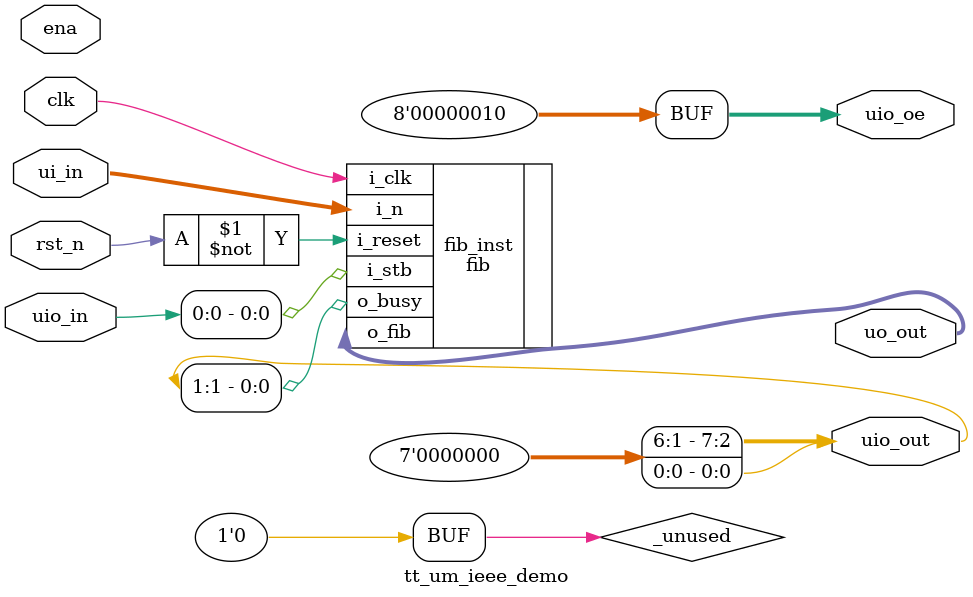
<source format=v>
/*
 * Copyright (c) 2024 Sam Ellicott
 * SPDX-License-Identifier: Apache-2.0
 */

`default_nettype none

module tt_um_ieee_demo (
    input  wire [7:0] ui_in,    // Dedicated inputs
    output wire [7:0] uo_out,   // Dedicated outputs
    input  wire [7:0] uio_in,   // IOs: Input path
    output wire [7:0] uio_out,  // IOs: Output path
    output wire [7:0] uio_oe,   // IOs: Enable path (active high: 0=input, 1=output)
    input  wire       ena,      // always 1 when the design is powered, so you can ignore it
    input  wire       clk,      // clock
    input  wire       rst_n     // reset_n - low to reset
);

    fib #(
        .WIDTH(8)
    ) fib_inst (
        // global control signals
        .i_reset (~rst_n),
        .i_clk   (clk),

        // control signals
        .i_stb  (uio_in [0]),
        .o_busy (uio_out[1]),

        // module inputs/outputs
        .i_n   (ui_in [7:0]),
        .o_fib (uo_out[7:0])
    );

    // All output pins must be assigned. If not used, assign to 0.
    assign uio_oe [7:0] = 8'h2;
    assign uio_out[7:2] = 6'h0;
    assign uio_out[0]   = 1'h0;

    // List all unused inputs to prevent warnings
    wire _unused = &{ena,  uio_in[7:1], 1'b0};

endmodule

</source>
